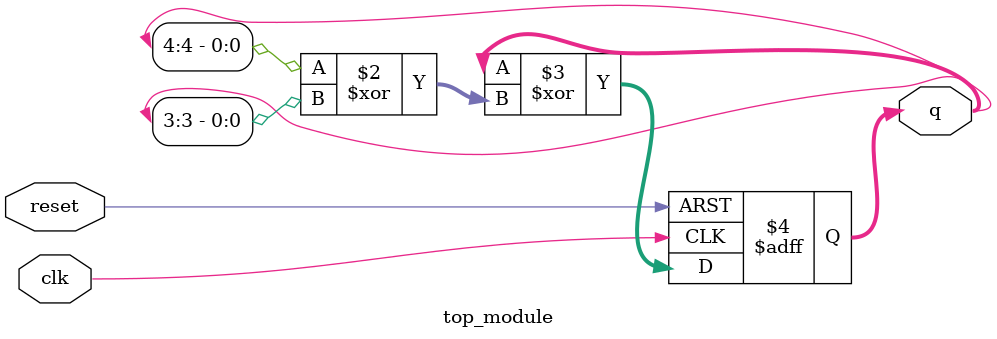
<source format=sv>
module top_module(
	input clk,
	input reset,
	output reg [4:0] q);

	always @(posedge clk or posedge reset) begin
		if(reset)
			q <= 1;
		else begin
			q <= q ^ (q[4] ^ q[3]);
		end
    end
endmodule

</source>
